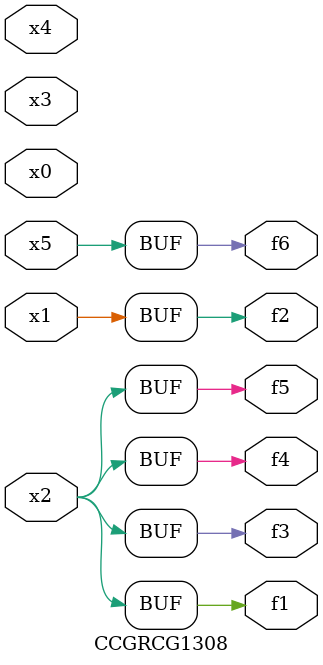
<source format=v>
module CCGRCG1308(
	input x0, x1, x2, x3, x4, x5,
	output f1, f2, f3, f4, f5, f6
);
	assign f1 = x2;
	assign f2 = x1;
	assign f3 = x2;
	assign f4 = x2;
	assign f5 = x2;
	assign f6 = x5;
endmodule

</source>
